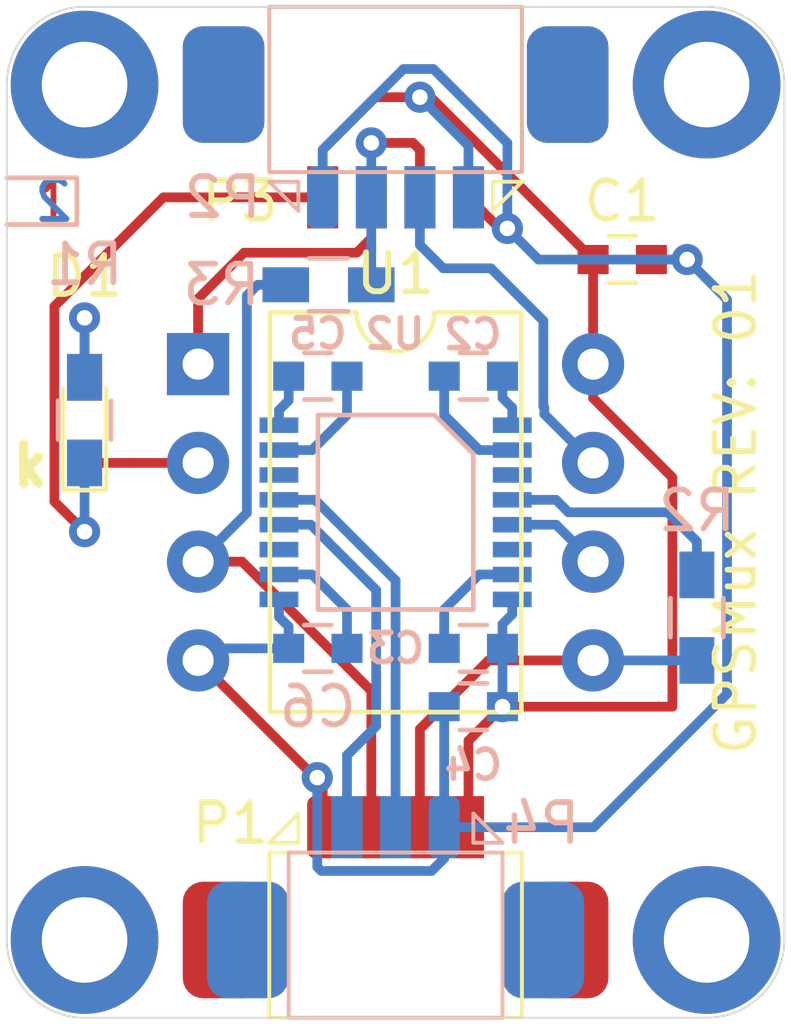
<source format=kicad_pcb>
(kicad_pcb (version 20171130) (host pcbnew "(5.1.12)-1")

  (general
    (thickness 1.6)
    (drawings 20)
    (tracks 131)
    (zones 0)
    (modules 20)
    (nets 20)
  )

  (page A4)
  (title_block
    (title GPSMux)
    (date 2021-05-12)
    (rev 01)
    (company "TuX's Design")
  )

  (layers
    (0 F.Cu signal)
    (31 B.Cu signal)
    (34 B.Paste user hide)
    (35 F.Paste user hide)
    (36 B.SilkS user hide)
    (37 F.SilkS user hide)
    (38 B.Mask user hide)
    (39 F.Mask user hide)
    (40 Dwgs.User user hide)
    (41 Cmts.User user hide)
    (44 Edge.Cuts user)
    (45 Margin user hide)
    (46 B.CrtYd user hide)
    (47 F.CrtYd user hide)
    (48 B.Fab user hide)
    (49 F.Fab user hide)
  )

  (setup
    (last_trace_width 0.25)
    (trace_clearance 0.2)
    (zone_clearance 0.254)
    (zone_45_only no)
    (trace_min 0.2)
    (via_size 0.8)
    (via_drill 0.4)
    (via_min_size 0.4)
    (via_min_drill 0.3)
    (uvia_size 0.3)
    (uvia_drill 0.1)
    (uvias_allowed no)
    (uvia_min_size 0.2)
    (uvia_min_drill 0.1)
    (edge_width 0.05)
    (segment_width 0.2)
    (pcb_text_width 0.3)
    (pcb_text_size 1.5 1.5)
    (mod_edge_width 0.12)
    (mod_text_size 1 1)
    (mod_text_width 0.15)
    (pad_size 1.2 0.9)
    (pad_drill 0)
    (pad_to_mask_clearance 0.051)
    (solder_mask_min_width 0.25)
    (aux_axis_origin 0 0)
    (visible_elements 7FFFFF7F)
    (pcbplotparams
      (layerselection 0x010fc_ffffffff)
      (usegerberextensions false)
      (usegerberattributes false)
      (usegerberadvancedattributes false)
      (creategerberjobfile false)
      (excludeedgelayer true)
      (linewidth 0.100000)
      (plotframeref false)
      (viasonmask false)
      (mode 1)
      (useauxorigin false)
      (hpglpennumber 1)
      (hpglpenspeed 20)
      (hpglpendiameter 15.000000)
      (psnegative false)
      (psa4output false)
      (plotreference true)
      (plotvalue true)
      (plotinvisibletext false)
      (padsonsilk false)
      (subtractmaskfromsilk false)
      (outputformat 1)
      (mirror false)
      (drillshape 0)
      (scaleselection 1)
      (outputdirectory "Production/"))
  )

  (net 0 "")
  (net 1 GND)
  (net 2 +3.3V)
  (net 3 "Net-(C2-Pad2)")
  (net 4 "Net-(C2-Pad1)")
  (net 5 "Net-(C3-Pad1)")
  (net 6 "Net-(C5-Pad1)")
  (net 7 "Net-(C5-Pad2)")
  (net 8 "Net-(C6-Pad2)")
  (net 9 "Net-(D1-Pad2)")
  (net 10 "Net-(D1-Pad1)")
  (net 11 I2C_SCL)
  (net 12 I2C_SDA)
  (net 13 RX1)
  (net 14 RX2)
  (net 15 TX)
  (net 16 TX_232)
  (net 17 RX_232)
  (net 18 RX)
  (net 19 TX_GPS)

  (net_class Default "This is the default net class."
    (clearance 0.2)
    (trace_width 0.25)
    (via_dia 0.8)
    (via_drill 0.4)
    (uvia_dia 0.3)
    (uvia_drill 0.1)
    (add_net +3.3V)
    (add_net GND)
    (add_net I2C_SCL)
    (add_net I2C_SDA)
    (add_net "Net-(C2-Pad1)")
    (add_net "Net-(C2-Pad2)")
    (add_net "Net-(C3-Pad1)")
    (add_net "Net-(C5-Pad1)")
    (add_net "Net-(C5-Pad2)")
    (add_net "Net-(C6-Pad2)")
    (add_net "Net-(D1-Pad1)")
    (add_net "Net-(D1-Pad2)")
    (add_net RX)
    (add_net RX1)
    (add_net RX2)
    (add_net RX_232)
    (add_net TX)
    (add_net TX_232)
    (add_net TX_GPS)
  )

  (module Resistors_SMD:R_0603_HandSoldering (layer B.Cu) (tedit 5F58AC5D) (tstamp 5F58B72F)
    (at 131.275 47.15 180)
    (descr "Resistor SMD 0603, hand soldering")
    (tags "resistor 0603")
    (path /5D4CF8E9)
    (attr smd)
    (fp_text reference R3 (at 2.75 0) (layer B.SilkS)
      (effects (font (size 1 1) (thickness 0.15)) (justify mirror))
    )
    (fp_text value 0R (at 0 -1.55) (layer B.Fab) hide
      (effects (font (size 1 1) (thickness 0.15)) (justify mirror))
    )
    (fp_line (start -0.8 -0.4) (end -0.8 0.4) (layer B.Fab) (width 0.1))
    (fp_line (start 0.8 -0.4) (end -0.8 -0.4) (layer B.Fab) (width 0.1))
    (fp_line (start 0.8 0.4) (end 0.8 -0.4) (layer B.Fab) (width 0.1))
    (fp_line (start -0.8 0.4) (end 0.8 0.4) (layer B.Fab) (width 0.1))
    (fp_line (start 0.5 -0.68) (end -0.5 -0.68) (layer B.SilkS) (width 0.12))
    (fp_line (start -0.5 0.68) (end 0.5 0.68) (layer B.SilkS) (width 0.12))
    (fp_line (start -1.96 0.7) (end 1.95 0.7) (layer B.CrtYd) (width 0.05))
    (fp_line (start -1.96 0.7) (end -1.96 -0.7) (layer B.CrtYd) (width 0.05))
    (fp_line (start 1.95 -0.7) (end 1.95 0.7) (layer B.CrtYd) (width 0.05))
    (fp_line (start 1.95 -0.7) (end -1.96 -0.7) (layer B.CrtYd) (width 0.05))
    (fp_text user %R (at 0 0) (layer B.Fab)
      (effects (font (size 0.4 0.4) (thickness 0.075)) (justify mirror))
    )
    (pad 1 smd rect (at -1.1 0 180) (size 1.2 0.9) (layers B.Cu B.Paste B.Mask)
      (net 19 TX_GPS))
    (pad 2 smd rect (at 1.1 0 180) (size 1.2 0.9) (layers B.Cu B.Paste B.Mask)
      (net 11 I2C_SCL))
    (model ${KISYS3DMOD}/Resistor_SMD.3dshapes/R_0603_1608Metric.step
      (at (xyz 0 0 0))
      (scale (xyz 1 1 1))
      (rotate (xyz 0 0 0))
    )
  )

  (module analog:QSOP16 (layer B.Cu) (tedit 5D4C2E08) (tstamp 5D3FFE54)
    (at 133 53 270)
    (path /5D3F12DF)
    (clearance 0.125)
    (attr smd)
    (fp_text reference U2 (at -4.5876 0.0183 180) (layer B.SilkS)
      (effects (font (size 0.75 0.75) (thickness 0.15)) (justify mirror))
    )
    (fp_text value "ADM3101EARQZ " (at 0 0 270) (layer B.Fab) hide
      (effects (font (size 1 1) (thickness 0.15)) (justify mirror))
    )
    (fp_line (start -1.5 -2) (end -2.5 -1) (layer B.SilkS) (width 0.12))
    (fp_line (start -2.5 -1) (end -2.5 2) (layer B.SilkS) (width 0.12))
    (fp_line (start -2.5 2) (end 2.5 2) (layer B.SilkS) (width 0.12))
    (fp_line (start 2.5 2) (end 2.5 -2) (layer B.SilkS) (width 0.12))
    (fp_line (start 2.5 -2) (end -1.5 -2) (layer B.SilkS) (width 0.12))
    (fp_line (start -2.62 3.25) (end 2.62 3.25) (layer B.CrtYd) (width 0.05))
    (fp_line (start 2.62 3.25) (end 2.62 -3.25) (layer B.CrtYd) (width 0.05))
    (fp_line (start 2.62 -3.25) (end -2.62 -3.25) (layer B.CrtYd) (width 0.05))
    (fp_line (start -2.62 -3.25) (end -2.62 3.25) (layer B.CrtYd) (width 0.05))
    (pad 16 smd rect (at -2.24 3 270) (size 0.4 1) (layers B.Cu B.Paste B.Mask)
      (net 6 "Net-(C5-Pad1)"))
    (pad 1 smd rect (at -2.24 -3 270) (size 0.4 1) (layers B.Cu B.Paste B.Mask)
      (net 4 "Net-(C2-Pad1)"))
    (pad 15 smd rect (at -1.6 3 270) (size 0.4 1) (layers B.Cu B.Paste B.Mask)
      (net 7 "Net-(C5-Pad2)"))
    (pad 2 smd rect (at -1.6 -3 270) (size 0.4 1) (layers B.Cu B.Paste B.Mask)
      (net 3 "Net-(C2-Pad2)"))
    (pad 14 smd rect (at -0.96 3 270) (size 0.4 1) (layers B.Cu B.Paste B.Mask))
    (pad 3 smd rect (at -0.96 -3 270) (size 0.4 1) (layers B.Cu B.Paste B.Mask))
    (pad 13 smd rect (at -0.32 3 270) (size 0.4 1) (layers B.Cu B.Paste B.Mask)
      (net 17 RX_232))
    (pad 4 smd rect (at -0.32 -3 270) (size 0.4 1) (layers B.Cu B.Paste B.Mask)
      (net 18 RX))
    (pad 12 smd rect (at 0.32 3 270) (size 0.4 1) (layers B.Cu B.Paste B.Mask)
      (net 16 TX_232))
    (pad 5 smd rect (at 0.32 -3 270) (size 0.4 1) (layers B.Cu B.Paste B.Mask)
      (net 15 TX))
    (pad 11 smd rect (at 0.96 3 270) (size 0.4 1) (layers B.Cu B.Paste B.Mask))
    (pad 6 smd rect (at 0.96 -3 270) (size 0.4 1) (layers B.Cu B.Paste B.Mask))
    (pad 10 smd rect (at 1.6 3 270) (size 0.4 1) (layers B.Cu B.Paste B.Mask)
      (net 8 "Net-(C6-Pad2)"))
    (pad 7 smd rect (at 1.6 -3 270) (size 0.4 1) (layers B.Cu B.Paste B.Mask)
      (net 5 "Net-(C3-Pad1)"))
    (pad 9 smd rect (at 2.24 3 270) (size 0.4 1) (layers B.Cu B.Paste B.Mask)
      (net 1 GND))
    (pad 8 smd rect (at 2.24 -3 270) (size 0.4 1) (layers B.Cu B.Paste B.Mask)
      (net 2 +3.3V))
    (model ${KIPRJMOD}/GPSMux.pretty/3D/RQ_16_ADI.step
      (at (xyz 0 0 0))
      (scale (xyz 1 1 1))
      (rotate (xyz 0 0 -90))
    )
  )

  (module Mounting_Holes:MountingHole_2.2mm_M2_DIN965_Pad (layer F.Cu) (tedit 56D1B4CB) (tstamp 5D401424)
    (at 125 42)
    (descr "Mounting Hole 2.2mm, M2, DIN965")
    (tags "mounting hole 2.2mm m2 din965")
    (attr virtual)
    (fp_text reference REF** (at 0 -2.9) (layer F.SilkS) hide
      (effects (font (size 1 1) (thickness 0.15)))
    )
    (fp_text value MountingHole_2.2mm_M2_DIN965_Pad (at 0 2.9) (layer F.Fab) hide
      (effects (font (size 1 1) (thickness 0.15)))
    )
    (fp_circle (center 0 0) (end 2.15 0) (layer F.CrtYd) (width 0.05))
    (fp_circle (center 0 0) (end 1.9 0) (layer Cmts.User) (width 0.15))
    (fp_text user %R (at 0.3 0) (layer F.Fab) hide
      (effects (font (size 1 1) (thickness 0.15)))
    )
    (pad 1 thru_hole circle (at 0 0) (size 3.8 3.8) (drill 2.2) (layers *.Cu *.Mask))
  )

  (module Mounting_Holes:MountingHole_2.2mm_M2_DIN965_Pad (layer F.Cu) (tedit 56D1B4CB) (tstamp 5D401416)
    (at 141 42)
    (descr "Mounting Hole 2.2mm, M2, DIN965")
    (tags "mounting hole 2.2mm m2 din965")
    (attr virtual)
    (fp_text reference REF** (at 0 -2.9) (layer F.SilkS) hide
      (effects (font (size 1 1) (thickness 0.15)))
    )
    (fp_text value MountingHole_2.2mm_M2_DIN965_Pad (at 0 2.9) (layer F.Fab) hide
      (effects (font (size 1 1) (thickness 0.15)))
    )
    (fp_circle (center 0 0) (end 1.9 0) (layer Cmts.User) (width 0.15))
    (fp_circle (center 0 0) (end 2.15 0) (layer F.CrtYd) (width 0.05))
    (fp_text user %R (at 0.3 0) (layer F.Fab) hide
      (effects (font (size 1 1) (thickness 0.15)))
    )
    (pad 1 thru_hole circle (at 0 0) (size 3.8 3.8) (drill 2.2) (layers *.Cu *.Mask))
  )

  (module Mounting_Holes:MountingHole_2.2mm_M2_DIN965_Pad (layer F.Cu) (tedit 56D1B4CB) (tstamp 5D401408)
    (at 141 64)
    (descr "Mounting Hole 2.2mm, M2, DIN965")
    (tags "mounting hole 2.2mm m2 din965")
    (attr virtual)
    (fp_text reference REF** (at 0 -2.9) (layer F.SilkS) hide
      (effects (font (size 1 1) (thickness 0.15)))
    )
    (fp_text value MountingHole_2.2mm_M2_DIN965_Pad (at 0 2.9) (layer F.Fab) hide
      (effects (font (size 1 1) (thickness 0.15)))
    )
    (fp_circle (center 0 0) (end 2.15 0) (layer F.CrtYd) (width 0.05))
    (fp_circle (center 0 0) (end 1.9 0) (layer Cmts.User) (width 0.15))
    (fp_text user %R (at 0.3 0) (layer F.Fab) hide
      (effects (font (size 1 1) (thickness 0.15)))
    )
    (pad 1 thru_hole circle (at 0 0) (size 3.8 3.8) (drill 2.2) (layers *.Cu *.Mask))
  )

  (module Mounting_Holes:MountingHole_2.2mm_M2_DIN965_Pad (layer F.Cu) (tedit 56D1B4CB) (tstamp 5D4013FE)
    (at 125 64)
    (descr "Mounting Hole 2.2mm, M2, DIN965")
    (tags "mounting hole 2.2mm m2 din965")
    (attr virtual)
    (fp_text reference REF** (at 0 -2.9) (layer F.SilkS) hide
      (effects (font (size 1 1) (thickness 0.15)))
    )
    (fp_text value MountingHole_2.2mm_M2_DIN965_Pad (at 0 2.9) (layer F.Fab) hide
      (effects (font (size 1 1) (thickness 0.15)))
    )
    (fp_circle (center 0 0) (end 1.9 0) (layer Cmts.User) (width 0.15))
    (fp_circle (center 0 0) (end 2.15 0) (layer F.CrtYd) (width 0.05))
    (fp_text user %R (at 0.3 0) (layer F.Fab) hide
      (effects (font (size 1 1) (thickness 0.15)))
    )
    (pad 1 thru_hole circle (at 0 0) (size 3.8 3.8) (drill 2.2) (layers *.Cu *.Mask))
  )

  (module Capacitors_SMD:C_0603 (layer F.Cu) (tedit 59958EE7) (tstamp 5D4028B6)
    (at 138.83 46.5)
    (descr "Capacitor SMD 0603, reflow soldering, AVX (see smccp.pdf)")
    (tags "capacitor 0603")
    (path /5D3F94B1)
    (attr smd)
    (fp_text reference C1 (at 0 -1.5) (layer F.SilkS)
      (effects (font (size 1 1) (thickness 0.15)))
    )
    (fp_text value 100nF (at 0 1.5) (layer F.Fab) hide
      (effects (font (size 1 1) (thickness 0.15)))
    )
    (fp_line (start 1.4 0.65) (end -1.4 0.65) (layer F.CrtYd) (width 0.05))
    (fp_line (start 1.4 0.65) (end 1.4 -0.65) (layer F.CrtYd) (width 0.05))
    (fp_line (start -1.4 -0.65) (end -1.4 0.65) (layer F.CrtYd) (width 0.05))
    (fp_line (start -1.4 -0.65) (end 1.4 -0.65) (layer F.CrtYd) (width 0.05))
    (fp_line (start 0.35 0.6) (end -0.35 0.6) (layer F.SilkS) (width 0.12))
    (fp_line (start -0.35 -0.6) (end 0.35 -0.6) (layer F.SilkS) (width 0.12))
    (fp_line (start -0.8 -0.4) (end 0.8 -0.4) (layer F.Fab) (width 0.1))
    (fp_line (start 0.8 -0.4) (end 0.8 0.4) (layer F.Fab) (width 0.1))
    (fp_line (start 0.8 0.4) (end -0.8 0.4) (layer F.Fab) (width 0.1))
    (fp_line (start -0.8 0.4) (end -0.8 -0.4) (layer F.Fab) (width 0.1))
    (fp_text user %R (at 0 0) (layer F.Fab)
      (effects (font (size 0.5 0.5) (thickness 0.125)))
    )
    (pad 2 smd rect (at 0.75 0) (size 0.8 0.75) (layers F.Cu F.Paste F.Mask)
      (net 1 GND))
    (pad 1 smd rect (at -0.75 0) (size 0.8 0.75) (layers F.Cu F.Paste F.Mask)
      (net 2 +3.3V))
    (model ${KISYS3DMOD}/Capacitor_SMD.3dshapes/C_0603_1608Metric.step
      (at (xyz 0 0 0))
      (scale (xyz 1 1 1))
      (rotate (xyz 0 0 0))
    )
  )

  (module Capacitors_SMD:C_0603 (layer B.Cu) (tedit 59958EE7) (tstamp 5D3FFECC)
    (at 135 49.5 180)
    (descr "Capacitor SMD 0603, reflow soldering, AVX (see smccp.pdf)")
    (tags "capacitor 0603")
    (path /5D406B66)
    (attr smd)
    (fp_text reference C2 (at 0.0117 1.0749) (layer B.SilkS)
      (effects (font (size 0.75 0.75) (thickness 0.15)) (justify mirror))
    )
    (fp_text value 100nF (at 0 -1.5 180) (layer B.Fab) hide
      (effects (font (size 1 1) (thickness 0.15)) (justify mirror))
    )
    (fp_line (start 1.4 -0.65) (end -1.4 -0.65) (layer B.CrtYd) (width 0.05))
    (fp_line (start 1.4 -0.65) (end 1.4 0.65) (layer B.CrtYd) (width 0.05))
    (fp_line (start -1.4 0.65) (end -1.4 -0.65) (layer B.CrtYd) (width 0.05))
    (fp_line (start -1.4 0.65) (end 1.4 0.65) (layer B.CrtYd) (width 0.05))
    (fp_line (start 0.35 -0.6) (end -0.35 -0.6) (layer B.SilkS) (width 0.12))
    (fp_line (start -0.35 0.6) (end 0.35 0.6) (layer B.SilkS) (width 0.12))
    (fp_line (start -0.8 0.4) (end 0.8 0.4) (layer B.Fab) (width 0.1))
    (fp_line (start 0.8 0.4) (end 0.8 -0.4) (layer B.Fab) (width 0.1))
    (fp_line (start 0.8 -0.4) (end -0.8 -0.4) (layer B.Fab) (width 0.1))
    (fp_line (start -0.8 -0.4) (end -0.8 0.4) (layer B.Fab) (width 0.1))
    (fp_text user %R (at 0 0 180) (layer B.Fab)
      (effects (font (size 0.5 0.5) (thickness 0.125)) (justify mirror))
    )
    (pad 2 smd rect (at 0.75 0 180) (size 0.8 0.75) (layers B.Cu B.Paste B.Mask)
      (net 3 "Net-(C2-Pad2)"))
    (pad 1 smd rect (at -0.75 0 180) (size 0.8 0.75) (layers B.Cu B.Paste B.Mask)
      (net 4 "Net-(C2-Pad1)"))
    (model ${KISYS3DMOD}/Capacitor_SMD.3dshapes/C_0603_1608Metric.step
      (at (xyz 0 0 0))
      (scale (xyz 1 1 1))
      (rotate (xyz 0 0 0))
    )
  )

  (module Capacitors_SMD:C_0603 (layer B.Cu) (tedit 59958EE7) (tstamp 5D3FFFF8)
    (at 135 56.5)
    (descr "Capacitor SMD 0603, reflow soldering, AVX (see smccp.pdf)")
    (tags "capacitor 0603")
    (path /5D40BC3D)
    (attr smd)
    (fp_text reference C3 (at -2 0) (layer B.SilkS)
      (effects (font (size 0.75 0.75) (thickness 0.15)) (justify mirror))
    )
    (fp_text value 100nF (at 0 -1.5) (layer B.Fab) hide
      (effects (font (size 1 1) (thickness 0.15)) (justify mirror))
    )
    (fp_line (start 1.4 -0.65) (end -1.4 -0.65) (layer B.CrtYd) (width 0.05))
    (fp_line (start 1.4 -0.65) (end 1.4 0.65) (layer B.CrtYd) (width 0.05))
    (fp_line (start -1.4 0.65) (end -1.4 -0.65) (layer B.CrtYd) (width 0.05))
    (fp_line (start -1.4 0.65) (end 1.4 0.65) (layer B.CrtYd) (width 0.05))
    (fp_line (start 0.35 -0.6) (end -0.35 -0.6) (layer B.SilkS) (width 0.12))
    (fp_line (start -0.35 0.6) (end 0.35 0.6) (layer B.SilkS) (width 0.12))
    (fp_line (start -0.8 0.4) (end 0.8 0.4) (layer B.Fab) (width 0.1))
    (fp_line (start 0.8 0.4) (end 0.8 -0.4) (layer B.Fab) (width 0.1))
    (fp_line (start 0.8 -0.4) (end -0.8 -0.4) (layer B.Fab) (width 0.1))
    (fp_line (start -0.8 -0.4) (end -0.8 0.4) (layer B.Fab) (width 0.1))
    (fp_text user %R (at 0 0) (layer B.Fab)
      (effects (font (size 0.5 0.5) (thickness 0.125)) (justify mirror))
    )
    (pad 2 smd rect (at 0.75 0) (size 0.8 0.75) (layers B.Cu B.Paste B.Mask)
      (net 2 +3.3V))
    (pad 1 smd rect (at -0.75 0) (size 0.8 0.75) (layers B.Cu B.Paste B.Mask)
      (net 5 "Net-(C3-Pad1)"))
    (model ${KISYS3DMOD}/Capacitor_SMD.3dshapes/C_0603_1608Metric.step
      (at (xyz 0 0 0))
      (scale (xyz 1 1 1))
      (rotate (xyz 0 0 0))
    )
  )

  (module Capacitors_SMD:C_0603 (layer B.Cu) (tedit 59958EE7) (tstamp 5D4005BE)
    (at 135 58 180)
    (descr "Capacitor SMD 0603, reflow soldering, AVX (see smccp.pdf)")
    (tags "capacitor 0603")
    (path /5D405A05)
    (attr smd)
    (fp_text reference C4 (at 0 -1.5 180) (layer B.SilkS)
      (effects (font (size 0.75 0.75) (thickness 0.15)) (justify mirror))
    )
    (fp_text value 100nF (at 0 -1.5 180) (layer B.Fab) hide
      (effects (font (size 1 1) (thickness 0.15)) (justify mirror))
    )
    (fp_line (start 1.4 -0.65) (end -1.4 -0.65) (layer B.CrtYd) (width 0.05))
    (fp_line (start 1.4 -0.65) (end 1.4 0.65) (layer B.CrtYd) (width 0.05))
    (fp_line (start -1.4 0.65) (end -1.4 -0.65) (layer B.CrtYd) (width 0.05))
    (fp_line (start -1.4 0.65) (end 1.4 0.65) (layer B.CrtYd) (width 0.05))
    (fp_line (start 0.35 -0.6) (end -0.35 -0.6) (layer B.SilkS) (width 0.12))
    (fp_line (start -0.35 0.6) (end 0.35 0.6) (layer B.SilkS) (width 0.12))
    (fp_line (start -0.8 0.4) (end 0.8 0.4) (layer B.Fab) (width 0.1))
    (fp_line (start 0.8 0.4) (end 0.8 -0.4) (layer B.Fab) (width 0.1))
    (fp_line (start 0.8 -0.4) (end -0.8 -0.4) (layer B.Fab) (width 0.1))
    (fp_line (start -0.8 -0.4) (end -0.8 0.4) (layer B.Fab) (width 0.1))
    (fp_text user %R (at 0 0 180) (layer B.Fab)
      (effects (font (size 0.5 0.5) (thickness 0.125)) (justify mirror))
    )
    (pad 2 smd rect (at 0.75 0 180) (size 0.8 0.75) (layers B.Cu B.Paste B.Mask)
      (net 1 GND))
    (pad 1 smd rect (at -0.75 0 180) (size 0.8 0.75) (layers B.Cu B.Paste B.Mask)
      (net 2 +3.3V))
    (model ${KISYS3DMOD}/Capacitor_SMD.3dshapes/C_0603_1608Metric.step
      (at (xyz 0 0 0))
      (scale (xyz 1 1 1))
      (rotate (xyz 0 0 0))
    )
  )

  (module Capacitors_SMD:C_0603 (layer B.Cu) (tedit 59958EE7) (tstamp 5D3FFF2C)
    (at 131 49.5)
    (descr "Capacitor SMD 0603, reflow soldering, AVX (see smccp.pdf)")
    (tags "capacitor 0603")
    (path /5D4089D9)
    (attr smd)
    (fp_text reference C5 (at 0 -1.0876) (layer B.SilkS)
      (effects (font (size 0.75 0.75) (thickness 0.15)) (justify mirror))
    )
    (fp_text value 100nF (at 0 0) (layer B.Fab) hide
      (effects (font (size 1 1) (thickness 0.15)) (justify mirror))
    )
    (fp_line (start 1.4 -0.65) (end -1.4 -0.65) (layer B.CrtYd) (width 0.05))
    (fp_line (start 1.4 -0.65) (end 1.4 0.65) (layer B.CrtYd) (width 0.05))
    (fp_line (start -1.4 0.65) (end -1.4 -0.65) (layer B.CrtYd) (width 0.05))
    (fp_line (start -1.4 0.65) (end 1.4 0.65) (layer B.CrtYd) (width 0.05))
    (fp_line (start 0.35 -0.6) (end -0.35 -0.6) (layer B.SilkS) (width 0.12))
    (fp_line (start -0.35 0.6) (end 0.35 0.6) (layer B.SilkS) (width 0.12))
    (fp_line (start -0.8 0.4) (end 0.8 0.4) (layer B.Fab) (width 0.1))
    (fp_line (start 0.8 0.4) (end 0.8 -0.4) (layer B.Fab) (width 0.1))
    (fp_line (start 0.8 -0.4) (end -0.8 -0.4) (layer B.Fab) (width 0.1))
    (fp_line (start -0.8 -0.4) (end -0.8 0.4) (layer B.Fab) (width 0.1))
    (fp_text user %R (at 0 0) (layer B.Fab)
      (effects (font (size 0.5 0.5) (thickness 0.125)) (justify mirror))
    )
    (pad 2 smd rect (at 0.75 0) (size 0.8 0.75) (layers B.Cu B.Paste B.Mask)
      (net 7 "Net-(C5-Pad2)"))
    (pad 1 smd rect (at -0.75 0) (size 0.8 0.75) (layers B.Cu B.Paste B.Mask)
      (net 6 "Net-(C5-Pad1)"))
    (model ${KISYS3DMOD}/Capacitor_SMD.3dshapes/C_0603_1608Metric.step
      (at (xyz 0 0 0))
      (scale (xyz 1 1 1))
      (rotate (xyz 0 0 0))
    )
  )

  (module Capacitors_SMD:C_0603 (layer B.Cu) (tedit 59958EE7) (tstamp 5D3FFF5C)
    (at 131 56.5)
    (descr "Capacitor SMD 0603, reflow soldering, AVX (see smccp.pdf)")
    (tags "capacitor 0603")
    (path /5D40D7DE)
    (attr smd)
    (fp_text reference C6 (at 0 1.5) (layer B.SilkS)
      (effects (font (size 1 1) (thickness 0.15)) (justify mirror))
    )
    (fp_text value 100nF (at 0 -1.5) (layer B.Fab) hide
      (effects (font (size 1 1) (thickness 0.15)) (justify mirror))
    )
    (fp_line (start 1.4 -0.65) (end -1.4 -0.65) (layer B.CrtYd) (width 0.05))
    (fp_line (start 1.4 -0.65) (end 1.4 0.65) (layer B.CrtYd) (width 0.05))
    (fp_line (start -1.4 0.65) (end -1.4 -0.65) (layer B.CrtYd) (width 0.05))
    (fp_line (start -1.4 0.65) (end 1.4 0.65) (layer B.CrtYd) (width 0.05))
    (fp_line (start 0.35 -0.6) (end -0.35 -0.6) (layer B.SilkS) (width 0.12))
    (fp_line (start -0.35 0.6) (end 0.35 0.6) (layer B.SilkS) (width 0.12))
    (fp_line (start -0.8 0.4) (end 0.8 0.4) (layer B.Fab) (width 0.1))
    (fp_line (start 0.8 0.4) (end 0.8 -0.4) (layer B.Fab) (width 0.1))
    (fp_line (start 0.8 -0.4) (end -0.8 -0.4) (layer B.Fab) (width 0.1))
    (fp_line (start -0.8 -0.4) (end -0.8 0.4) (layer B.Fab) (width 0.1))
    (fp_text user %R (at 0 0) (layer B.Fab)
      (effects (font (size 0.5 0.5) (thickness 0.125)) (justify mirror))
    )
    (pad 2 smd rect (at 0.75 0) (size 0.8 0.75) (layers B.Cu B.Paste B.Mask)
      (net 8 "Net-(C6-Pad2)"))
    (pad 1 smd rect (at -0.75 0) (size 0.8 0.75) (layers B.Cu B.Paste B.Mask)
      (net 1 GND))
    (model ${KISYS3DMOD}/Capacitor_SMD.3dshapes/C_0603_1608Metric.step
      (at (xyz 0 0 0))
      (scale (xyz 1 1 1))
      (rotate (xyz 0 0 0))
    )
  )

  (module Housings_DIP:DIP-8_W10.16mm (layer F.Cu) (tedit 5D4002EB) (tstamp 5D4002FA)
    (at 133 53)
    (descr "8-lead though-hole mounted DIP package, row spacing 10.16 mm (400 mils)")
    (tags "THT DIP DIL PDIP 2.54mm 10.16mm 400mil")
    (path /5D3F0CFD)
    (fp_text reference U1 (at 0 -6.14) (layer F.SilkS)
      (effects (font (size 1 1) (thickness 0.15)))
    )
    (fp_text value CY8C27143-24PXI (at 0 0 90) (layer F.Fab) hide
      (effects (font (size 1 1) (thickness 0.15)))
    )
    (fp_line (start 6.17 -5.36) (end -6.13 -5.36) (layer F.CrtYd) (width 0.05))
    (fp_line (start 6.17 5.34) (end 6.17 -5.36) (layer F.CrtYd) (width 0.05))
    (fp_line (start -6.13 5.34) (end 6.17 5.34) (layer F.CrtYd) (width 0.05))
    (fp_line (start -6.13 -5.36) (end -6.13 5.34) (layer F.CrtYd) (width 0.05))
    (fp_line (start 3.235 -5.14) (end 1 -5.14) (layer F.SilkS) (width 0.12))
    (fp_line (start 3.235 5.14) (end 3.235 -5.14) (layer F.SilkS) (width 0.12))
    (fp_line (start -3.235 5.14) (end 3.235 5.14) (layer F.SilkS) (width 0.12))
    (fp_line (start -3.235 -5.14) (end -3.235 5.14) (layer F.SilkS) (width 0.12))
    (fp_line (start -1 -5.14) (end -3.235 -5.14) (layer F.SilkS) (width 0.12))
    (fp_line (start -3.175 -4.08) (end -2.175 -5.08) (layer F.Fab) (width 0.1))
    (fp_line (start -3.175 5.08) (end -3.175 -4.08) (layer F.Fab) (width 0.1))
    (fp_line (start 3.175 5.08) (end -3.175 5.08) (layer F.Fab) (width 0.1))
    (fp_line (start 3.175 -5.08) (end 3.175 5.08) (layer F.Fab) (width 0.1))
    (fp_line (start -2.175 -5.08) (end 3.175 -5.08) (layer F.Fab) (width 0.1))
    (fp_text user %R (at 0 0) (layer F.Fab)
      (effects (font (size 1 1) (thickness 0.15)))
    )
    (fp_arc (start 0 -5.14) (end -1 -5.14) (angle -180) (layer F.SilkS) (width 0.12))
    (pad 8 thru_hole oval (at 5.08 -3.81) (size 1.6 1.6) (drill 0.8) (layers *.Cu *.Mask)
      (net 2 +3.3V))
    (pad 4 thru_hole oval (at -5.08 3.81) (size 1.6 1.6) (drill 0.8) (layers *.Cu *.Mask)
      (net 1 GND))
    (pad 7 thru_hole oval (at 5.08 -1.27) (size 1.6 1.6) (drill 0.8) (layers *.Cu *.Mask)
      (net 13 RX1))
    (pad 3 thru_hole oval (at -5.08 1.27) (size 1.6 1.6) (drill 0.8) (layers *.Cu *.Mask)
      (net 11 I2C_SCL))
    (pad 6 thru_hole oval (at 5.08 1.27) (size 1.6 1.6) (drill 0.8) (layers *.Cu *.Mask)
      (net 15 TX))
    (pad 2 thru_hole oval (at -5.08 -1.27) (size 1.6 1.6) (drill 0.8) (layers *.Cu *.Mask)
      (net 10 "Net-(D1-Pad1)"))
    (pad 5 thru_hole oval (at 5.08 3.81) (size 1.6 1.6) (drill 0.8) (layers *.Cu *.Mask)
      (net 12 I2C_SDA))
    (pad 1 thru_hole rect (at -5.08 -3.81) (size 1.6 1.6) (drill 0.8) (layers *.Cu *.Mask)
      (net 14 RX2))
    (model ${KISYS3DMOD}/Package_DIP.3dshapes/DIP-8_W10.16mm.step
      (offset (xyz -5.08 3.762 0))
      (scale (xyz 1 1 1))
      (rotate (xyz 0 0 0))
    )
  )

  (module LEDs:LED_0603_HandSoldering (layer F.Cu) (tedit 5D8E266D) (tstamp 5D3FFF90)
    (at 125 50.63 90)
    (descr "LED SMD 0603, hand soldering")
    (tags "LED 0603")
    (path /5D3FCC49)
    (attr smd)
    (fp_text reference D1 (at 3.7 0) (layer F.SilkS)
      (effects (font (size 1 1) (thickness 0.15)))
    )
    (fp_text value " LY Q396 " (at 0 1.55 270) (layer F.Fab) hide
      (effects (font (size 1 1) (thickness 0.15)))
    )
    (fp_line (start -0.8 -0.4) (end -0.8 0.4) (layer F.Fab) (width 0.1))
    (fp_line (start 1.95 0.7) (end -1.96 0.7) (layer F.CrtYd) (width 0.05))
    (fp_line (start 1.95 0.7) (end 1.95 -0.7) (layer F.CrtYd) (width 0.05))
    (fp_line (start -1.96 -0.7) (end -1.96 0.7) (layer F.CrtYd) (width 0.05))
    (fp_line (start -1.96 -0.7) (end 1.95 -0.7) (layer F.CrtYd) (width 0.05))
    (fp_line (start -1.8 -0.55) (end 0.8 -0.55) (layer F.SilkS) (width 0.12))
    (fp_line (start -1.8 0.55) (end 0.8 0.55) (layer F.SilkS) (width 0.12))
    (fp_line (start -0.8 -0.4) (end 0.8 -0.4) (layer F.Fab) (width 0.1))
    (fp_line (start 0.8 -0.4) (end 0.8 0.4) (layer F.Fab) (width 0.1))
    (fp_line (start 0.8 0.4) (end -0.8 0.4) (layer F.Fab) (width 0.1))
    (fp_line (start 0.15 -0.2) (end 0.15 0.2) (layer F.Fab) (width 0.1))
    (fp_line (start 0.15 0.2) (end -0.15 0) (layer F.Fab) (width 0.1))
    (fp_line (start -0.15 0) (end 0.15 -0.2) (layer F.Fab) (width 0.1))
    (fp_line (start -0.2 -0.2) (end -0.2 0.2) (layer F.Fab) (width 0.1))
    (fp_line (start -1.8 -0.55) (end -1.8 0.55) (layer F.SilkS) (width 0.12))
    (pad 2 smd rect (at 1.1 0 90) (size 1.2 0.9) (layers F.Cu F.Paste F.Mask)
      (net 9 "Net-(D1-Pad2)"))
    (pad 1 smd rect (at -1.1 0 90) (size 1.2 0.9) (layers F.Cu F.Paste F.Mask)
      (net 10 "Net-(D1-Pad1)"))
    (model ${KISYS3DMOD}/LED_SMD.3dshapes/LED_0603_1608Metric.step
      (at (xyz 0 0 0))
      (scale (xyz 1 1 1))
      (rotate (xyz 0 0 0))
    )
  )

  (module molex:53261-0471 (layer F.Cu) (tedit 5C82816F) (tstamp 5D3F248A)
    (at 133 64 180)
    (path /5D3F24B5)
    (clearance 0.2)
    (fp_text reference P1 (at 4.25 3 180) (layer F.SilkS)
      (effects (font (size 1 1) (thickness 0.15)))
    )
    (fp_text value ICSP (at -0.5 0 180) (layer F.Fab)
      (effects (font (size 1 1) (thickness 0.15)))
    )
    (fp_line (start 2.5 3.25) (end 3.25 2.5) (layer F.SilkS) (width 0.1))
    (fp_line (start 2.5 2.5) (end 3.25 2.5) (layer F.SilkS) (width 0.1))
    (fp_line (start 2.5 2.5) (end 2.5 3.25) (layer F.SilkS) (width 0.1))
    (fp_line (start 3.25 -2) (end 3.25 2.25) (layer F.SilkS) (width 0.1))
    (fp_line (start -3.25 -2) (end 3.25 -2) (layer F.SilkS) (width 0.1))
    (fp_line (start -3.25 2.25) (end -3.25 -2) (layer F.SilkS) (width 0.1))
    (fp_line (start 3.25 2.25) (end -3.25 2.25) (layer F.SilkS) (width 0.1))
    (pad 1 connect roundrect (at 1.875 2.9 180) (size 0.8 1.6) (layers F.Cu F.Mask) (roundrect_rratio 0.25)
      (net 1 GND))
    (pad 2 connect rect (at 0.625 2.9 180) (size 0.8 1.6) (layers F.Cu F.Mask)
      (net 11 I2C_SCL))
    (pad 4 connect rect (at -1.875 2.9 180) (size 0.8 1.6) (layers F.Cu F.Mask)
      (net 2 +3.3V))
    (pad 3 connect rect (at -0.625 2.9 180) (size 0.8 1.6) (layers F.Cu F.Mask)
      (net 12 I2C_SDA))
    (pad "" connect roundrect (at 4.425 0 180) (size 2.1 3) (layers F.Cu F.Mask) (roundrect_rratio 0.25))
    (pad "" connect roundrect (at -4.425 0 180) (size 2.1 3) (layers F.Cu F.Mask) (roundrect_rratio 0.25))
    (model ${KIPRJMOD}/GPSMux.pretty/3D/532610471.wrl
      (offset (xyz 0 1 2))
      (scale (xyz 1 1 1))
      (rotate (xyz 0 0 0))
    )
  )

  (module Resistors_SMD:R_0603_HandSoldering (layer B.Cu) (tedit 5D3FFF3B) (tstamp 5F58B51D)
    (at 125 50.63 270)
    (descr "Resistor SMD 0603, hand soldering")
    (tags "resistor 0603")
    (path /5D3FC5FC)
    (attr smd)
    (fp_text reference R1 (at -4 0) (layer B.SilkS)
      (effects (font (size 1 1) (thickness 0.15)) (justify mirror))
    )
    (fp_text value 120R (at 0 -1.55 270) (layer B.Fab) hide
      (effects (font (size 1 1) (thickness 0.15)) (justify mirror))
    )
    (fp_line (start 1.95 -0.7) (end -1.96 -0.7) (layer B.CrtYd) (width 0.05))
    (fp_line (start 1.95 -0.7) (end 1.95 0.7) (layer B.CrtYd) (width 0.05))
    (fp_line (start -1.96 0.7) (end -1.96 -0.7) (layer B.CrtYd) (width 0.05))
    (fp_line (start -1.96 0.7) (end 1.95 0.7) (layer B.CrtYd) (width 0.05))
    (fp_line (start -0.5 0.68) (end 0.5 0.68) (layer B.SilkS) (width 0.12))
    (fp_line (start 0.5 -0.68) (end -0.5 -0.68) (layer B.SilkS) (width 0.12))
    (fp_line (start -0.8 0.4) (end 0.8 0.4) (layer B.Fab) (width 0.1))
    (fp_line (start 0.8 0.4) (end 0.8 -0.4) (layer B.Fab) (width 0.1))
    (fp_line (start 0.8 -0.4) (end -0.8 -0.4) (layer B.Fab) (width 0.1))
    (fp_line (start -0.8 -0.4) (end -0.8 0.4) (layer B.Fab) (width 0.1))
    (fp_text user %R (at 0 0) (layer B.Fab)
      (effects (font (size 0.4 0.4) (thickness 0.075)) (justify mirror))
    )
    (pad 2 smd rect (at 1.1 0 270) (size 1.2 0.9) (layers B.Cu B.Paste B.Mask)
      (net 2 +3.3V))
    (pad 1 smd rect (at -1.1 0 270) (size 1.2 0.9) (layers B.Cu B.Paste B.Mask)
      (net 9 "Net-(D1-Pad2)"))
    (model ${KISYS3DMOD}/Resistor_SMD.3dshapes/R_0603_1608Metric.step
      (at (xyz 0 0 0))
      (scale (xyz 1 1 1))
      (rotate (xyz 0 0 0))
    )
  )

  (module molex:53261-0371 (layer B.Cu) (tedit 5C8155AE) (tstamp 5D4C2B12)
    (at 133 64)
    (path /5D4C8429)
    (clearance 0.2)
    (fp_text reference P4 (at 3.75 -3) (layer B.SilkS)
      (effects (font (size 1 1) (thickness 0.15)) (justify mirror))
    )
    (fp_text value LLU (at 0 0) (layer B.Fab)
      (effects (font (size 1 1) (thickness 0.15)) (justify mirror))
    )
    (fp_line (start 2.75 -2.5) (end 2 -2.5) (layer B.SilkS) (width 0.1))
    (fp_line (start 2 -3.25) (end 2.75 -2.5) (layer B.SilkS) (width 0.1))
    (fp_line (start 2 -2.5) (end 2 -3.25) (layer B.SilkS) (width 0.1))
    (fp_line (start 2.75 2) (end -2.75 2) (layer B.SilkS) (width 0.1))
    (fp_line (start 2.75 -2.25) (end 2.75 2) (layer B.SilkS) (width 0.1))
    (fp_line (start -2.75 -2.25) (end 2.75 -2.25) (layer B.SilkS) (width 0.1))
    (fp_line (start -2.75 2) (end -2.75 -2.25) (layer B.SilkS) (width 0.1))
    (pad "" connect roundrect (at -3.8 0) (size 2.1 3) (layers B.Cu B.Mask) (roundrect_rratio 0.25))
    (pad "" connect roundrect (at 3.8 0) (size 2.1 3) (layers B.Cu B.Mask) (roundrect_rratio 0.25))
    (pad 3 smd rect (at -1.25 -2.9) (size 0.8 1.6) (layers B.Cu B.Paste B.Mask)
      (net 16 TX_232))
    (pad 2 smd rect (at 0 -2.9) (size 0.8 1.6) (layers B.Cu B.Paste B.Mask)
      (net 17 RX_232))
    (pad 1 smd roundrect (at 1.25 -2.9) (size 0.8 1.6) (layers B.Cu B.Paste B.Mask) (roundrect_rratio 0.25)
      (net 1 GND))
    (model ${KIPRJMOD}/GPSMux.pretty/3D/532610371.wrl
      (offset (xyz 0 1 2))
      (scale (xyz 1 1 1))
      (rotate (xyz 0 0 0))
    )
  )

  (module Resistors_SMD:R_0603_HandSoldering (layer B.Cu) (tedit 58E0A804) (tstamp 5D4C2E31)
    (at 140.75 55.71 90)
    (descr "Resistor SMD 0603, hand soldering")
    (tags "resistor 0603")
    (path /5D4CF8E9)
    (attr smd)
    (fp_text reference R2 (at 2.75 0 180) (layer B.SilkS)
      (effects (font (size 1 1) (thickness 0.15)) (justify mirror))
    )
    (fp_text value 0R (at 0 -1.55 90) (layer B.Fab) hide
      (effects (font (size 1 1) (thickness 0.15)) (justify mirror))
    )
    (fp_line (start 1.95 -0.7) (end -1.96 -0.7) (layer B.CrtYd) (width 0.05))
    (fp_line (start 1.95 -0.7) (end 1.95 0.7) (layer B.CrtYd) (width 0.05))
    (fp_line (start -1.96 0.7) (end -1.96 -0.7) (layer B.CrtYd) (width 0.05))
    (fp_line (start -1.96 0.7) (end 1.95 0.7) (layer B.CrtYd) (width 0.05))
    (fp_line (start -0.5 0.68) (end 0.5 0.68) (layer B.SilkS) (width 0.12))
    (fp_line (start 0.5 -0.68) (end -0.5 -0.68) (layer B.SilkS) (width 0.12))
    (fp_line (start -0.8 0.4) (end 0.8 0.4) (layer B.Fab) (width 0.1))
    (fp_line (start 0.8 0.4) (end 0.8 -0.4) (layer B.Fab) (width 0.1))
    (fp_line (start 0.8 -0.4) (end -0.8 -0.4) (layer B.Fab) (width 0.1))
    (fp_line (start -0.8 -0.4) (end -0.8 0.4) (layer B.Fab) (width 0.1))
    (fp_text user %R (at 0 0 90) (layer B.Fab)
      (effects (font (size 0.4 0.4) (thickness 0.075)) (justify mirror))
    )
    (pad 2 smd rect (at 1.1 0 90) (size 1.2 0.9) (layers B.Cu B.Paste B.Mask)
      (net 18 RX))
    (pad 1 smd rect (at -1.1 0 90) (size 1.2 0.9) (layers B.Cu B.Paste B.Mask)
      (net 12 I2C_SDA))
    (model ${KISYS3DMOD}/Resistor_SMD.3dshapes/R_0603_1608Metric.step
      (at (xyz 0 0 0))
      (scale (xyz 1 1 1))
      (rotate (xyz 0 0 0))
    )
  )

  (module molex:53261-0471 (layer B.Cu) (tedit 5C82816F) (tstamp 5F58AA9B)
    (at 133 42 180)
    (path /5F58A249)
    (clearance 0.2)
    (fp_text reference P2 (at 4.45 -2.9) (layer B.SilkS)
      (effects (font (size 1 1) (thickness 0.15)) (justify mirror))
    )
    (fp_text value GPS1 (at 0 0) (layer B.Fab)
      (effects (font (size 1 1) (thickness 0.15)) (justify mirror))
    )
    (fp_line (start 3.25 -2.25) (end -3.25 -2.25) (layer B.SilkS) (width 0.1))
    (fp_line (start -3.25 -2.25) (end -3.25 2) (layer B.SilkS) (width 0.1))
    (fp_line (start -3.25 2) (end 3.25 2) (layer B.SilkS) (width 0.1))
    (fp_line (start 3.25 2) (end 3.25 -2.25) (layer B.SilkS) (width 0.1))
    (fp_line (start 2.5 -2.5) (end 2.5 -3.25) (layer B.SilkS) (width 0.1))
    (fp_line (start 2.5 -2.5) (end 3.25 -2.5) (layer B.SilkS) (width 0.1))
    (fp_line (start 2.5 -3.25) (end 3.25 -2.5) (layer B.SilkS) (width 0.1))
    (pad "" connect roundrect (at -4.425 0 180) (size 2.1 3) (layers B.Cu B.Mask) (roundrect_rratio 0.25))
    (pad "" connect roundrect (at 4.425 0 180) (size 2.1 3) (layers B.Cu B.Mask) (roundrect_rratio 0.25))
    (pad 3 connect rect (at -0.625 -2.9 180) (size 0.8 1.6) (layers B.Cu B.Mask)
      (net 13 RX1))
    (pad 4 connect rect (at -1.875 -2.9 180) (size 0.8 1.6) (layers B.Cu B.Mask)
      (net 2 +3.3V))
    (pad 2 connect rect (at 0.625 -2.9 180) (size 0.8 1.6) (layers B.Cu B.Mask)
      (net 19 TX_GPS))
    (pad 1 connect roundrect (at 1.875 -2.9 180) (size 0.8 1.6) (layers B.Cu B.Mask) (roundrect_rratio 0.25)
      (net 1 GND))
    (model ${KIPRJMOD}/GPSMux.pretty/3D/532610471.wrl
      (offset (xyz 0 1 2))
      (scale (xyz 1 1 1))
      (rotate (xyz 0 0 0))
    )
  )

  (module molex:53261-0471 (layer F.Cu) (tedit 5C82816F) (tstamp 5F58A761)
    (at 133 42)
    (path /5F58AC43)
    (clearance 0.2)
    (fp_text reference P3 (at -4 3) (layer F.SilkS)
      (effects (font (size 1 1) (thickness 0.15)))
    )
    (fp_text value GPS2 (at 0 0) (layer F.Fab)
      (effects (font (size 1 1) (thickness 0.15)))
    )
    (fp_line (start 2.5 3.25) (end 3.25 2.5) (layer F.SilkS) (width 0.1))
    (fp_line (start 2.5 2.5) (end 3.25 2.5) (layer F.SilkS) (width 0.1))
    (fp_line (start 2.5 2.5) (end 2.5 3.25) (layer F.SilkS) (width 0.1))
    (fp_line (start 3.25 -2) (end 3.25 2.25) (layer F.SilkS) (width 0.1))
    (fp_line (start -3.25 -2) (end 3.25 -2) (layer F.SilkS) (width 0.1))
    (fp_line (start -3.25 2.25) (end -3.25 -2) (layer F.SilkS) (width 0.1))
    (fp_line (start 3.25 2.25) (end -3.25 2.25) (layer F.SilkS) (width 0.1))
    (pad 1 connect roundrect (at 1.875 2.9) (size 0.8 1.6) (layers F.Cu F.Mask) (roundrect_rratio 0.25)
      (net 1 GND))
    (pad 2 connect rect (at 0.625 2.9) (size 0.8 1.6) (layers F.Cu F.Mask)
      (net 19 TX_GPS))
    (pad 4 connect rect (at -1.875 2.9) (size 0.8 1.6) (layers F.Cu F.Mask)
      (net 2 +3.3V))
    (pad 3 connect rect (at -0.625 2.9) (size 0.8 1.6) (layers F.Cu F.Mask)
      (net 14 RX2))
    (pad "" connect roundrect (at 4.425 0) (size 2.1 3) (layers F.Cu F.Mask) (roundrect_rratio 0.25))
    (pad "" connect roundrect (at -4.425 0) (size 2.1 3) (layers F.Cu F.Mask) (roundrect_rratio 0.25))
    (model ${KIPRJMOD}/GPSMux.pretty/3D/532610471.wrl
      (offset (xyz 0 1 2))
      (scale (xyz 1 1 1))
      (rotate (xyz 0 0 0))
    )
  )

  (gr_text k (at 123.6 51.8) (layer F.SilkS)
    (effects (font (size 1 1) (thickness 0.25)))
  )
  (gr_text "GPSMux REV: 01" (at 141.75 53 90) (layer F.SilkS)
    (effects (font (size 1 1) (thickness 0.15)))
  )
  (gr_line (start 124.8 44.4) (end 123 44.4) (layer B.SilkS) (width 0.12) (tstamp 5D8E0C85))
  (gr_line (start 124.8 45.6) (end 124.8 44.4) (layer B.SilkS) (width 0.12) (tstamp 5D8E0C84))
  (gr_line (start 123 45.6) (end 124.8 45.6) (layer B.SilkS) (width 0.12) (tstamp 5D8E0C83))
  (gr_line (start 124.8 44.4) (end 123 44.4) (layer F.SilkS) (width 0.12))
  (gr_line (start 124.8 45.6) (end 124.8 44.4) (layer F.SilkS) (width 0.12))
  (gr_line (start 123 45.6) (end 124.8 45.6) (layer F.SilkS) (width 0.12))
  (gr_text 2 (at 124.2 45) (layer B.Cu)
    (effects (font (size 1 1) (thickness 0.15)) (justify mirror))
  )
  (gr_text 1 (at 124.2 45) (layer F.Cu)
    (effects (font (size 1 1) (thickness 0.15)))
  )
  (gr_arc (start 141 64) (end 141 66) (angle -90) (layer Edge.Cuts) (width 0.05))
  (gr_arc (start 125 64) (end 123 64) (angle -90) (layer Edge.Cuts) (width 0.05))
  (gr_arc (start 125 42) (end 125 40) (angle -90) (layer Edge.Cuts) (width 0.05))
  (gr_arc (start 141 42) (end 143 42) (angle -90) (layer Edge.Cuts) (width 0.05))
  (dimension 26 (width 0.15) (layer Cmts.User)
    (gr_text "26.000 mm" (at 148.3 53 270) (layer Cmts.User)
      (effects (font (size 1 1) (thickness 0.15)))
    )
    (feature1 (pts (xy 143 66) (xy 147.586421 66)))
    (feature2 (pts (xy 143 40) (xy 147.586421 40)))
    (crossbar (pts (xy 147 40) (xy 147 66)))
    (arrow1a (pts (xy 147 66) (xy 146.413579 64.873496)))
    (arrow1b (pts (xy 147 66) (xy 147.586421 64.873496)))
    (arrow2a (pts (xy 147 40) (xy 146.413579 41.126504)))
    (arrow2b (pts (xy 147 40) (xy 147.586421 41.126504)))
  )
  (dimension 20 (width 0.15) (layer Cmts.User)
    (gr_text "20.000 mm" (at 133 33.7) (layer Cmts.User)
      (effects (font (size 1 1) (thickness 0.15)))
    )
    (feature1 (pts (xy 143 40) (xy 143 34.413579)))
    (feature2 (pts (xy 123 40) (xy 123 34.413579)))
    (crossbar (pts (xy 123 35) (xy 143 35)))
    (arrow1a (pts (xy 143 35) (xy 141.873496 35.586421)))
    (arrow1b (pts (xy 143 35) (xy 141.873496 34.413579)))
    (arrow2a (pts (xy 123 35) (xy 124.126504 35.586421)))
    (arrow2b (pts (xy 123 35) (xy 124.126504 34.413579)))
  )
  (gr_line (start 123 64) (end 123 42) (layer Edge.Cuts) (width 0.05))
  (gr_line (start 141 66) (end 125 66) (layer Edge.Cuts) (width 0.05))
  (gr_line (start 143 42) (end 143 64) (layer Edge.Cuts) (width 0.05))
  (gr_line (start 125 40) (end 141 40) (layer Edge.Cuts) (width 0.05))

  (via (at 140.5 46.5) (size 0.8) (drill 0.4) (layers F.Cu B.Cu) (net 1))
  (segment (start 139.75 46.5) (end 140.5 46.5) (width 0.25) (layer F.Cu) (net 1))
  (segment (start 131.125 59.962865) (end 130.985516 59.823381) (width 0.25) (layer F.Cu) (net 1))
  (segment (start 131.125 61.1) (end 131.125 59.962865) (width 0.25) (layer F.Cu) (net 1))
  (via (at 130.985516 59.823381) (size 0.8) (drill 0.4) (layers F.Cu B.Cu) (net 1))
  (segment (start 130 55.69) (end 130.25 55.94) (width 0.25) (layer B.Cu) (net 1))
  (segment (start 130 55.24) (end 130 55.69) (width 0.25) (layer B.Cu) (net 1))
  (segment (start 130.25 55.94) (end 130.25 56.5) (width 0.25) (layer B.Cu) (net 1))
  (via (at 135.875002 45.7) (size 0.8) (drill 0.4) (layers F.Cu B.Cu) (net 1))
  (segment (start 135.675 45.7) (end 134.875 44.9) (width 0.25) (layer F.Cu) (net 1))
  (segment (start 135.875002 45.7) (end 135.675 45.7) (width 0.25) (layer F.Cu) (net 1))
  (segment (start 130.933381 59.823381) (end 130.985516 59.823381) (width 0.25) (layer F.Cu) (net 1))
  (segment (start 127.92 56.81) (end 130.933381 59.823381) (width 0.25) (layer F.Cu) (net 1))
  (segment (start 128.23 56.5) (end 127.92 56.81) (width 0.25) (layer B.Cu) (net 1))
  (segment (start 130.25 56.5) (end 128.23 56.5) (width 0.25) (layer B.Cu) (net 1))
  (segment (start 136.675002 46.5) (end 135.875002 45.7) (width 0.25) (layer B.Cu) (net 1))
  (segment (start 140.5 46.5) (end 136.675002 46.5) (width 0.25) (layer B.Cu) (net 1))
  (segment (start 131.125 43.676996) (end 131.125 44.9) (width 0.25) (layer B.Cu) (net 1))
  (segment (start 133.201997 41.599999) (end 131.125 43.676996) (width 0.25) (layer B.Cu) (net 1))
  (segment (start 133.973001 41.599999) (end 133.201997 41.599999) (width 0.25) (layer B.Cu) (net 1))
  (segment (start 135.875002 43.502) (end 133.973001 41.599999) (width 0.25) (layer B.Cu) (net 1))
  (segment (start 135.875002 45.7) (end 135.875002 43.502) (width 0.25) (layer B.Cu) (net 1))
  (segment (start 130.985516 62.120518) (end 130.985516 59.823381) (width 0.25) (layer B.Cu) (net 1))
  (segment (start 131.089999 62.225001) (end 130.985516 62.120518) (width 0.25) (layer B.Cu) (net 1))
  (segment (start 133.924999 62.225001) (end 131.089999 62.225001) (width 0.25) (layer B.Cu) (net 1))
  (segment (start 134.25 61.9) (end 133.924999 62.225001) (width 0.25) (layer B.Cu) (net 1))
  (segment (start 134.25 61.1) (end 134.25 61.9) (width 0.25) (layer B.Cu) (net 1))
  (segment (start 134.25 58) (end 134.25 61.1) (width 0.25) (layer B.Cu) (net 1))
  (segment (start 141.525001 47.525001) (end 140.5 46.5) (width 0.25) (layer B.Cu) (net 1))
  (segment (start 141.525001 57.670001) (end 141.525001 47.525001) (width 0.25) (layer B.Cu) (net 1))
  (segment (start 138.095002 61.1) (end 141.525001 57.670001) (width 0.25) (layer B.Cu) (net 1))
  (segment (start 134.25 61.1) (end 138.095002 61.1) (width 0.25) (layer B.Cu) (net 1))
  (segment (start 135.75 58) (end 135.75 58) (width 0.25) (layer B.Cu) (net 2))
  (segment (start 138.08 48.05863) (end 138.08 46.5) (width 0.25) (layer F.Cu) (net 2))
  (segment (start 138.08 49.19) (end 138.08 48.05863) (width 0.25) (layer F.Cu) (net 2))
  (segment (start 135.75 58) (end 135.75 56.5) (width 0.25) (layer B.Cu) (net 2) (tstamp 5D402B59))
  (via (at 135.75 58) (size 0.8) (drill 0.4) (layers F.Cu B.Cu) (net 2))
  (segment (start 135.75 55.875) (end 136 55.625) (width 0.25) (layer B.Cu) (net 2))
  (segment (start 135.75 56.5) (end 135.75 55.875) (width 0.25) (layer B.Cu) (net 2))
  (segment (start 136 55.625) (end 136 55.24) (width 0.25) (layer B.Cu) (net 2))
  (via (at 125 53.5) (size 0.8) (drill 0.4) (layers F.Cu B.Cu) (net 2))
  (via (at 133.625 42.325) (size 0.8) (drill 0.4) (layers F.Cu B.Cu) (net 2))
  (segment (start 134.875 43.575) (end 133.625 42.325) (width 0.25) (layer B.Cu) (net 2))
  (segment (start 134.875 44.9) (end 134.875 43.575) (width 0.25) (layer B.Cu) (net 2))
  (segment (start 125 53.5) (end 125 51.73) (width 0.25) (layer B.Cu) (net 2))
  (segment (start 134.875 58.875) (end 135.75 58) (width 0.25) (layer F.Cu) (net 2))
  (segment (start 134.875 61.1) (end 134.875 58.875) (width 0.25) (layer F.Cu) (net 2))
  (segment (start 135.75 58) (end 140.12 58) (width 0.25) (layer F.Cu) (net 2))
  (segment (start 138.08 50.064998) (end 138.08 49.19) (width 0.25) (layer F.Cu) (net 2))
  (segment (start 140.12 52.104998) (end 138.08 50.064998) (width 0.25) (layer F.Cu) (net 2))
  (segment (start 140.12 58) (end 140.12 52.104998) (width 0.25) (layer F.Cu) (net 2))
  (segment (start 133.905 42.325) (end 133.625 42.325) (width 0.25) (layer F.Cu) (net 2))
  (segment (start 138.08 46.5) (end 133.905 42.325) (width 0.25) (layer F.Cu) (net 2))
  (segment (start 131.125 43.676996) (end 131.125 44.9) (width 0.25) (layer F.Cu) (net 2))
  (segment (start 132.476996 42.325) (end 131.125 43.676996) (width 0.25) (layer F.Cu) (net 2))
  (segment (start 133.625 42.325) (end 132.476996 42.325) (width 0.25) (layer F.Cu) (net 2))
  (segment (start 124.224999 52.724999) (end 125 53.5) (width 0.25) (layer F.Cu) (net 2))
  (segment (start 124.224999 47.702055) (end 124.224999 52.724999) (width 0.25) (layer F.Cu) (net 2))
  (segment (start 127.027054 44.9) (end 124.224999 47.702055) (width 0.25) (layer F.Cu) (net 2))
  (segment (start 131.125 44.9) (end 127.027054 44.9) (width 0.25) (layer F.Cu) (net 2))
  (segment (start 134.25 50.5) (end 134.25 49.5) (width 0.25) (layer B.Cu) (net 3))
  (segment (start 135.5 51.4) (end 135.15 51.4) (width 0.25) (layer B.Cu) (net 3))
  (segment (start 135.15 51.4) (end 134.25 50.5) (width 0.25) (layer B.Cu) (net 3))
  (segment (start 136 50.31) (end 135.75 50.06) (width 0.25) (layer B.Cu) (net 4))
  (segment (start 136 50.76) (end 136 50.31) (width 0.25) (layer B.Cu) (net 4))
  (segment (start 135.75 50.06) (end 135.75 49.5) (width 0.25) (layer B.Cu) (net 4))
  (segment (start 135.15 54.6) (end 136 54.6) (width 0.25) (layer B.Cu) (net 5))
  (segment (start 134.25 56.5) (end 134.25 55.5) (width 0.25) (layer B.Cu) (net 5))
  (segment (start 134.25 55.5) (end 135.15 54.6) (width 0.25) (layer B.Cu) (net 5))
  (segment (start 130.25 50.125) (end 130 50.375) (width 0.25) (layer B.Cu) (net 6))
  (segment (start 130.25 49.5) (end 130.25 50.125) (width 0.25) (layer B.Cu) (net 6))
  (segment (start 130 50.375) (end 130 50.76) (width 0.25) (layer B.Cu) (net 6))
  (segment (start 130.85 51.4) (end 130 51.4) (width 0.25) (layer B.Cu) (net 7))
  (segment (start 131.75 49.5) (end 131.75 50.5) (width 0.25) (layer B.Cu) (net 7))
  (segment (start 131.75 50.5) (end 130.85 51.4) (width 0.25) (layer B.Cu) (net 7))
  (segment (start 130.85 54.6) (end 130 54.6) (width 0.25) (layer B.Cu) (net 8))
  (segment (start 131.75 56.5) (end 131.75 55.5) (width 0.25) (layer B.Cu) (net 8))
  (segment (start 131.75 55.5) (end 130.85 54.6) (width 0.25) (layer B.Cu) (net 8))
  (via (at 125 48.000056) (size 0.8) (drill 0.4) (layers F.Cu B.Cu) (net 9))
  (segment (start 125 49.4) (end 125 48.000056) (width 0.25) (layer F.Cu) (net 9))
  (segment (start 125 48.000056) (end 125 49.53) (width 0.25) (layer B.Cu) (net 9))
  (segment (start 127.92 51.73) (end 126.23 51.73) (width 0.25) (layer F.Cu) (net 10))
  (segment (start 126.23 51.73) (end 125 51.73) (width 0.25) (layer F.Cu) (net 10))
  (segment (start 132.375 60.05) (end 132.375 61.1) (width 0.25) (layer F.Cu) (net 11))
  (segment (start 132.375 57.59363) (end 132.375 60.05) (width 0.25) (layer F.Cu) (net 11))
  (segment (start 129.05137 54.27) (end 132.375 57.59363) (width 0.25) (layer F.Cu) (net 11))
  (segment (start 127.92 54.27) (end 129.05137 54.27) (width 0.25) (layer F.Cu) (net 11))
  (segment (start 129.45 47.15) (end 130.175 47.15) (width 0.25) (layer B.Cu) (net 11))
  (segment (start 129.174999 47.425001) (end 129.45 47.15) (width 0.25) (layer B.Cu) (net 11))
  (segment (start 127.92 54.27) (end 129.174999 53.015001) (width 0.25) (layer B.Cu) (net 11))
  (segment (start 129.174999 53.015001) (end 129.174999 47.425001) (width 0.25) (layer B.Cu) (net 11))
  (segment (start 140.05 56.81) (end 138.08 56.81) (width 0.25) (layer B.Cu) (net 12))
  (segment (start 140.75 56.81) (end 140.05 56.81) (width 0.25) (layer B.Cu) (net 12))
  (segment (start 133.625 61.1) (end 133.625 58.575) (width 0.25) (layer F.Cu) (net 12))
  (segment (start 135.39 56.81) (end 138.08 56.81) (width 0.25) (layer F.Cu) (net 12))
  (segment (start 133.625 58.575) (end 135.39 56.81) (width 0.25) (layer F.Cu) (net 12))
  (segment (start 134.225 46.725) (end 133.625 46.125) (width 0.25) (layer B.Cu) (net 13))
  (segment (start 136.825001 50.475001) (end 136.825001 50.299999) (width 0.25) (layer B.Cu) (net 13))
  (segment (start 136.825001 50.299999) (end 136.8 50.274998) (width 0.25) (layer B.Cu) (net 13))
  (segment (start 138.08 51.73) (end 136.825001 50.475001) (width 0.25) (layer B.Cu) (net 13))
  (segment (start 136.8 50.274998) (end 136.8 48.075) (width 0.25) (layer B.Cu) (net 13))
  (segment (start 133.625 46.125) (end 133.625 44.9) (width 0.25) (layer B.Cu) (net 13))
  (segment (start 135.45 46.725) (end 134.225 46.725) (width 0.25) (layer B.Cu) (net 13))
  (segment (start 136.8 48.075) (end 135.45 46.725) (width 0.25) (layer B.Cu) (net 13))
  (segment (start 132.375 45.95) (end 132.375 44.9) (width 0.25) (layer F.Cu) (net 14))
  (segment (start 132 46.325) (end 132.375 45.95) (width 0.25) (layer F.Cu) (net 14))
  (segment (start 129.1 46.325) (end 132 46.325) (width 0.25) (layer F.Cu) (net 14))
  (segment (start 127.92 49.19) (end 127.92 47.505) (width 0.25) (layer F.Cu) (net 14))
  (segment (start 127.92 47.505) (end 129.1 46.325) (width 0.25) (layer F.Cu) (net 14))
  (segment (start 137.13 53.32) (end 138.08 54.27) (width 0.25) (layer B.Cu) (net 15))
  (segment (start 136 53.32) (end 137.13 53.32) (width 0.25) (layer B.Cu) (net 15))
  (segment (start 131.75 61.1) (end 131.75 59.25) (width 0.25) (layer B.Cu) (net 16))
  (segment (start 131.75 59.25) (end 132.5 58.5) (width 0.25) (layer B.Cu) (net 16))
  (segment (start 132.375 58.625) (end 132.5 58.5) (width 0.25) (layer B.Cu) (net 16))
  (segment (start 130.82 53.32) (end 130 53.32) (width 0.25) (layer B.Cu) (net 16))
  (segment (start 132.5 58.5) (end 132.5 55) (width 0.25) (layer B.Cu) (net 16))
  (segment (start 132.5 55) (end 130.82 53.32) (width 0.25) (layer B.Cu) (net 16))
  (segment (start 130.93 52.68) (end 130 52.68) (width 0.25) (layer B.Cu) (net 17))
  (segment (start 133 61.1) (end 133 54.75) (width 0.25) (layer B.Cu) (net 17))
  (segment (start 133 54.75) (end 130.93 52.68) (width 0.25) (layer B.Cu) (net 17))
  (segment (start 140 53) (end 140.75 53.75) (width 0.25) (layer B.Cu) (net 18))
  (segment (start 140.75 53.75) (end 140.75 54.65) (width 0.25) (layer B.Cu) (net 18))
  (segment (start 137.446411 53) (end 140 53) (width 0.25) (layer B.Cu) (net 18))
  (segment (start 137.126411 52.68) (end 137.446411 53) (width 0.25) (layer B.Cu) (net 18))
  (segment (start 136 52.68) (end 137.126411 52.68) (width 0.25) (layer B.Cu) (net 18))
  (via (at 132.375 43.499998) (size 0.8) (drill 0.4) (layers F.Cu B.Cu) (net 19))
  (segment (start 132.375 44.9) (end 132.375 43.499998) (width 0.25) (layer B.Cu) (net 19))
  (segment (start 132.375 43.499998) (end 133.449998 43.499998) (width 0.25) (layer F.Cu) (net 19))
  (segment (start 133.625 43.675) (end 133.625 44.9) (width 0.25) (layer F.Cu) (net 19))
  (segment (start 133.449998 43.499998) (end 133.625 43.675) (width 0.25) (layer F.Cu) (net 19))
  (segment (start 132.375 47.15) (end 132.375 44.9) (width 0.25) (layer B.Cu) (net 19))

)

</source>
